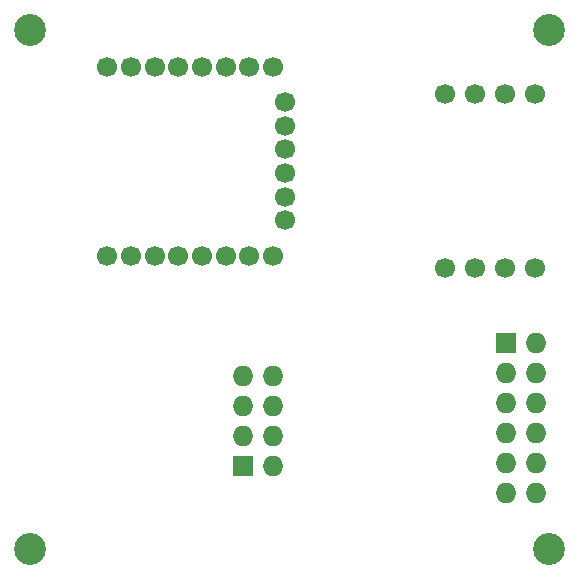
<source format=gbs>
G04 #@! TF.FileFunction,Soldermask,Bot*
%FSLAX46Y46*%
G04 Gerber Fmt 4.6, Leading zero omitted, Abs format (unit mm)*
G04 Created by KiCad (PCBNEW (2016-06-01 BZR 6870, Git 0ccd3bb)-product) date 06/04/16 15:12:46*
%MOMM*%
%LPD*%
G01*
G04 APERTURE LIST*
%ADD10C,0.150000*%
%ADD11C,1.700000*%
%ADD12C,2.700000*%
%ADD13R,1.727200X1.727200*%
%ADD14O,1.727200X1.727200*%
G04 APERTURE END LIST*
D10*
D11*
X39575500Y-34147500D03*
X24575500Y-37147500D03*
X38575500Y-21147500D03*
X26575500Y-37147500D03*
X28575500Y-37147500D03*
X30575500Y-37147500D03*
X32575500Y-37147500D03*
X34575500Y-37147500D03*
X36575500Y-37147500D03*
X38575500Y-37147500D03*
X36575500Y-21147500D03*
X34575500Y-21147500D03*
X32575500Y-21147500D03*
X30575500Y-21147500D03*
X28575500Y-21147500D03*
X26575500Y-21147500D03*
X24575500Y-21147500D03*
X39575500Y-32147500D03*
X39575500Y-30147500D03*
X39575500Y-28147500D03*
X39575500Y-26147500D03*
X39575500Y-24147500D03*
X53123500Y-23447500D03*
X53123500Y-38147500D03*
X55663500Y-38147500D03*
X58203500Y-38147500D03*
X60743500Y-38147500D03*
X55663500Y-23447500D03*
X58203500Y-23447500D03*
X60743500Y-23447500D03*
D12*
X18000000Y-18000000D03*
X18000000Y-62000000D03*
X62000000Y-62000000D03*
D13*
X58356500Y-44577000D03*
D14*
X60896500Y-44577000D03*
X58356500Y-47117000D03*
X60896500Y-47117000D03*
X58356500Y-49657000D03*
X60896500Y-49657000D03*
X58356500Y-52197000D03*
X60896500Y-52197000D03*
X58356500Y-54737000D03*
X60896500Y-54737000D03*
X58356500Y-57277000D03*
X60896500Y-57277000D03*
D12*
X62000000Y-18000000D03*
D13*
X36068000Y-54991000D03*
D14*
X38608000Y-54991000D03*
X36068000Y-52451000D03*
X38608000Y-52451000D03*
X36068000Y-49911000D03*
X38608000Y-49911000D03*
X36068000Y-47371000D03*
X38608000Y-47371000D03*
M02*

</source>
